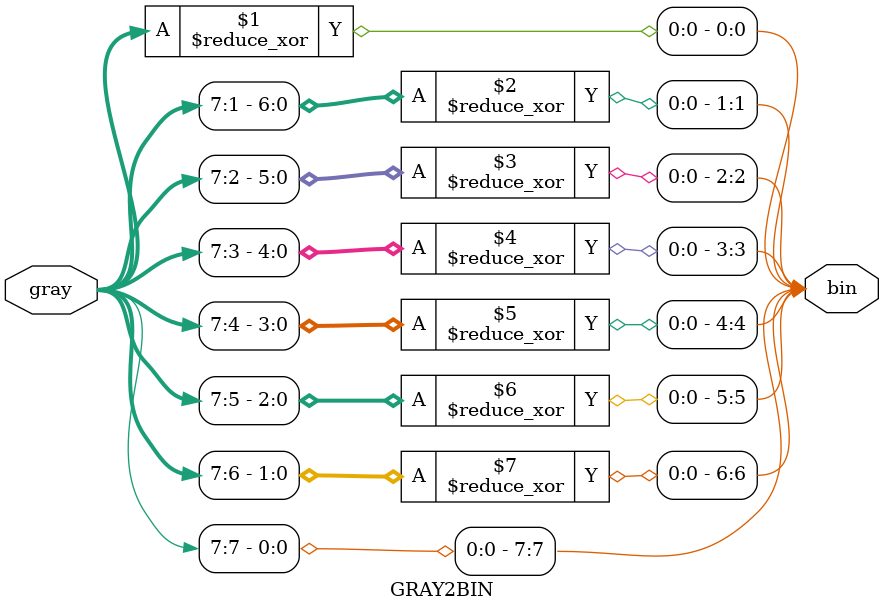
<source format=v>
`timescale 1 ns / 1 ps

module GRAY2BIN #(
      parameter DATA_WIDTH = 8
   ) (
      input  [DATA_WIDTH-1:0] gray,
      output [DATA_WIDTH-1:0] bin
   );

   // gen vars
   genvar i;

   generate
      for (i=0; i<DATA_WIDTH; i=i+1)
      begin
         assign bin[i] = ^ gray[DATA_WIDTH-1:i];
      end
   endgenerate
endmodule //gray2bin

</source>
